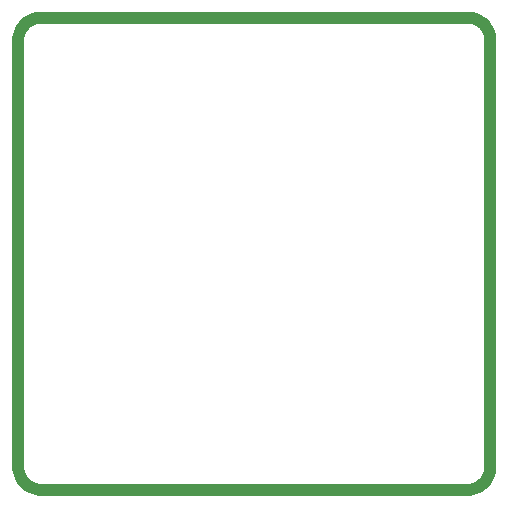
<source format=gko>
G04*
G04 #@! TF.GenerationSoftware,Altium Limited,Altium Designer,21.0.9 (235)*
G04*
G04 Layer_Color=16711935*
%FSLAX25Y25*%
%MOIN*%
G70*
G04*
G04 #@! TF.SameCoordinates,DF5498ED-4C10-4E6D-B319-6E78A4A4F47C*
G04*
G04*
G04 #@! TF.FilePolarity,Positive*
G04*
G01*
G75*
%ADD79C,0.03937*%
D79*
X0Y7874D02*
X67Y6846D01*
X268Y5836D01*
X599Y4861D01*
X1055Y3937D01*
X1627Y3081D01*
X2306Y2306D01*
X3081Y1627D01*
X3937Y1055D01*
X4861Y599D01*
X5836Y268D01*
X6846Y67D01*
X7874Y0D01*
X7874Y157480D02*
X6846Y157413D01*
X5836Y157212D01*
X4861Y156881D01*
X3937Y156425D01*
X3081Y155853D01*
X2306Y155174D01*
X1627Y154400D01*
X1055Y153543D01*
X599Y152620D01*
X268Y151644D01*
X67Y150634D01*
X0Y149606D01*
X157480Y149606D02*
X157413Y150634D01*
X157212Y151644D01*
X156881Y152620D01*
X156425Y153543D01*
X155853Y154400D01*
X155174Y155174D01*
X154400Y155853D01*
X153543Y156425D01*
X152620Y156881D01*
X151644Y157212D01*
X150634Y157413D01*
X149606Y157480D01*
Y0D02*
X150634Y67D01*
X151644Y268D01*
X152620Y599D01*
X153543Y1055D01*
X154400Y1627D01*
X155174Y2306D01*
X155853Y3081D01*
X156425Y3937D01*
X156881Y4861D01*
X157212Y5836D01*
X157413Y6846D01*
X157480Y7874D01*
X7874Y0D02*
X149606D01*
X0Y7874D02*
Y149606D01*
X7874Y157480D02*
X149606D01*
X157480Y7874D02*
Y149606D01*
M02*

</source>
